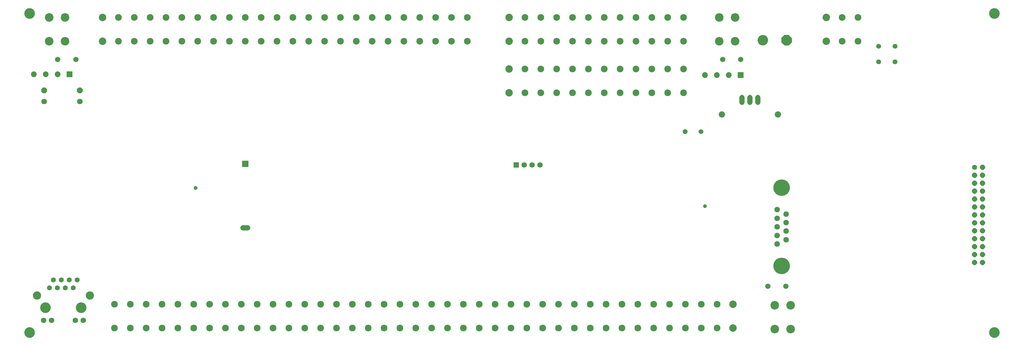
<source format=gbs>
G75*
%MOIN*%
%OFA0B0*%
%FSLAX25Y25*%
%IPPOS*%
%LPD*%
%AMOC8*
5,1,8,0,0,1.08239X$1,22.5*
%
%ADD10OC8,0.13200*%
%ADD11C,0.13200*%
%ADD12OC8,0.07100*%
%ADD13C,0.07100*%
%ADD14C,0.08477*%
%ADD15C,0.09400*%
%ADD16R,0.06800X0.06800*%
%ADD17C,0.06800*%
%ADD18C,0.06400*%
%ADD19OC8,0.06400*%
%ADD20C,0.06800*%
%ADD21OC8,0.06800*%
%ADD22C,0.20800*%
%ADD23C,0.10800*%
%ADD24C,0.10426*%
%ADD25C,0.13398*%
%ADD26C,0.06304*%
%ADD27C,0.06824*%
%ADD28R,0.07296X0.07296*%
%ADD29C,0.07296*%
%ADD30OC8,0.06000*%
%ADD31C,0.06000*%
%ADD32R,0.08400X0.08400*%
%ADD33C,0.06737*%
%ADD34C,0.07887*%
%ADD35C,0.06146*%
%ADD36C,0.06737*%
%ADD37C,0.04762*%
D10*
X0986962Y0401181D03*
D11*
X0956962Y0401181D03*
D12*
X0095462Y0337681D03*
X0050462Y0337681D03*
D13*
X0050462Y0323681D03*
X0095462Y0323681D03*
D14*
X0144044Y0399776D03*
X0164044Y0399776D03*
X0184044Y0399776D03*
X0204044Y0399776D03*
X0224044Y0399776D03*
X0244044Y0399776D03*
X0264044Y0399776D03*
X0284044Y0399776D03*
X0304044Y0399776D03*
X0324044Y0399776D03*
X0344044Y0399776D03*
X0364044Y0399776D03*
X0384044Y0399776D03*
X0404044Y0399776D03*
X0424044Y0399776D03*
X0444044Y0399776D03*
X0464044Y0399776D03*
X0484044Y0399776D03*
X0504044Y0399776D03*
X0524044Y0399776D03*
X0544044Y0399776D03*
X0564044Y0399776D03*
X0584044Y0399776D03*
X0584044Y0429776D03*
X0564044Y0429776D03*
X0544044Y0429776D03*
X0524044Y0429776D03*
X0504044Y0429776D03*
X0484044Y0429776D03*
X0464044Y0429776D03*
X0444044Y0429776D03*
X0424044Y0429776D03*
X0404044Y0429776D03*
X0384044Y0429776D03*
X0364044Y0429776D03*
X0344044Y0429776D03*
X0324044Y0429776D03*
X0304044Y0429776D03*
X0284044Y0429776D03*
X0264044Y0429776D03*
X0244044Y0429776D03*
X0224044Y0429776D03*
X0204044Y0429776D03*
X0184044Y0429776D03*
X0164044Y0429776D03*
X0144044Y0429776D03*
X0656682Y0429776D03*
X0676682Y0429776D03*
X0696682Y0429776D03*
X0716682Y0429776D03*
X0736682Y0429776D03*
X0756682Y0429776D03*
X0776682Y0429776D03*
X0796682Y0429776D03*
X0816682Y0429776D03*
X0836682Y0429776D03*
X0856682Y0429776D03*
X0856682Y0399776D03*
X0836682Y0399776D03*
X0816682Y0399776D03*
X0796682Y0399776D03*
X0776682Y0399776D03*
X0756682Y0399776D03*
X0736682Y0399776D03*
X0716682Y0399776D03*
X0696682Y0399776D03*
X0676682Y0399776D03*
X0656682Y0399776D03*
X0656682Y0364776D03*
X0676682Y0364776D03*
X0696682Y0364776D03*
X0716682Y0364776D03*
X0736682Y0364776D03*
X0756682Y0364776D03*
X0776682Y0364776D03*
X0796682Y0364776D03*
X0816682Y0364776D03*
X0836682Y0364776D03*
X0856682Y0364776D03*
X0856682Y0334776D03*
X0836682Y0334776D03*
X0816682Y0334776D03*
X0796682Y0334776D03*
X0776682Y0334776D03*
X0756682Y0334776D03*
X0736682Y0334776D03*
X0716682Y0334776D03*
X0696682Y0334776D03*
X0676682Y0334776D03*
X0656682Y0334776D03*
X1056682Y0399776D03*
X1076682Y0399776D03*
X1076682Y0429776D03*
X1056682Y0429776D03*
X0899104Y0068087D03*
X0879104Y0068087D03*
X0859104Y0068087D03*
X0839104Y0068087D03*
X0819104Y0068087D03*
X0799104Y0068087D03*
X0779104Y0068087D03*
X0759104Y0068087D03*
X0739104Y0068087D03*
X0719104Y0068087D03*
X0699104Y0068087D03*
X0679104Y0068087D03*
X0659104Y0068087D03*
X0639104Y0068087D03*
X0619104Y0068087D03*
X0599104Y0068087D03*
X0579104Y0068087D03*
X0559104Y0068087D03*
X0539104Y0068087D03*
X0519104Y0068087D03*
X0499104Y0068087D03*
X0479104Y0068087D03*
X0459104Y0068087D03*
X0439104Y0068087D03*
X0419104Y0068087D03*
X0399104Y0068087D03*
X0379104Y0068087D03*
X0359104Y0068087D03*
X0339104Y0068087D03*
X0319104Y0068087D03*
X0299104Y0068087D03*
X0279104Y0068087D03*
X0259104Y0068087D03*
X0239104Y0068087D03*
X0219104Y0068087D03*
X0199104Y0068087D03*
X0179104Y0068087D03*
X0159104Y0068087D03*
X0139104Y0068087D03*
X0139104Y0038087D03*
X0159104Y0038087D03*
X0179104Y0038087D03*
X0199104Y0038087D03*
X0219104Y0038087D03*
X0239104Y0038087D03*
X0259104Y0038087D03*
X0279104Y0038087D03*
X0299104Y0038087D03*
X0319104Y0038087D03*
X0339104Y0038087D03*
X0359104Y0038087D03*
X0379104Y0038087D03*
X0399104Y0038087D03*
X0419104Y0038087D03*
X0439104Y0038087D03*
X0459104Y0038087D03*
X0479104Y0038087D03*
X0499104Y0038087D03*
X0519104Y0038087D03*
X0539104Y0038087D03*
X0559104Y0038087D03*
X0579104Y0038087D03*
X0599104Y0038087D03*
X0619104Y0038087D03*
X0639104Y0038087D03*
X0659104Y0038087D03*
X0679104Y0038087D03*
X0699104Y0038087D03*
X0719104Y0038087D03*
X0739104Y0038087D03*
X0759104Y0038087D03*
X0779104Y0038087D03*
X0799104Y0038087D03*
X0819104Y0038087D03*
X0839104Y0038087D03*
X0859104Y0038087D03*
X0879104Y0038087D03*
X0899104Y0038087D03*
D15*
X0919104Y0038087D03*
X0919104Y0068087D03*
X0636682Y0334776D03*
X0636682Y0364776D03*
X0636682Y0399776D03*
X0636682Y0429776D03*
X1036682Y0429776D03*
X1036682Y0399776D03*
X0124044Y0399776D03*
X0124044Y0429776D03*
D16*
X0645824Y0243681D03*
D17*
X0655824Y0243681D03*
X0665824Y0243681D03*
X0675824Y0243681D03*
D18*
X1223824Y0240681D03*
D19*
X1233824Y0240681D03*
X1233824Y0230681D03*
X1223824Y0230681D03*
X1223824Y0220681D03*
X1233824Y0220681D03*
X1233824Y0210681D03*
X1223824Y0210681D03*
X1223824Y0200681D03*
X1233824Y0200681D03*
X1233824Y0190681D03*
X1223824Y0190681D03*
X1223824Y0180681D03*
X1233824Y0180681D03*
X1233824Y0170681D03*
X1223824Y0170681D03*
X1223824Y0160681D03*
X1233824Y0160681D03*
X1233824Y0150681D03*
X1223824Y0150681D03*
X1223824Y0140681D03*
X1233824Y0140681D03*
X1233824Y0130681D03*
X1223824Y0130681D03*
X1223824Y0120681D03*
X1233824Y0120681D03*
D20*
X0950462Y0322681D02*
X0950462Y0328681D01*
X0940462Y0328681D02*
X0940462Y0322681D01*
X0930462Y0322681D02*
X0930462Y0328681D01*
D21*
X0974862Y0187281D03*
X0986062Y0181881D03*
X0974862Y0176481D03*
X0986062Y0171081D03*
X0974862Y0165681D03*
X0986062Y0160281D03*
X0974862Y0154881D03*
X0986062Y0149481D03*
X0974862Y0144081D03*
D22*
X0980462Y0116381D03*
X0980462Y0214981D03*
D23*
X0971741Y0066587D03*
X0991741Y0066587D03*
X0991741Y0036587D03*
X0971741Y0036587D03*
X0921682Y0399776D03*
X0901682Y0399776D03*
X0901682Y0429776D03*
X0921682Y0429776D03*
X0076682Y0429776D03*
X0056682Y0429776D03*
X0056682Y0399776D03*
X0076682Y0399776D03*
D24*
X0108059Y0079162D03*
X0041524Y0079162D03*
D25*
X0032273Y0032492D03*
X0052292Y0063808D03*
X0097292Y0063808D03*
X0032273Y0434854D03*
X1248808Y0434854D03*
X1248808Y0032492D03*
D26*
X0092292Y0098808D03*
X0082292Y0098808D03*
X0072292Y0098808D03*
X0062292Y0098808D03*
X0067292Y0088808D03*
X0077292Y0088808D03*
X0087292Y0088808D03*
X0057292Y0088808D03*
D27*
X0059890Y0047627D03*
X0049890Y0047627D03*
X0089693Y0047627D03*
X0099693Y0047627D03*
D28*
X0082462Y0358181D03*
X0928962Y0357181D03*
D29*
X0913962Y0357181D03*
X0898962Y0357181D03*
X0883962Y0357181D03*
X0067462Y0358181D03*
X0052462Y0358181D03*
X0037462Y0358181D03*
D30*
X0858962Y0285681D03*
D31*
X0878962Y0285681D03*
D32*
X0304048Y0245181D03*
D33*
X0307017Y0164472D02*
X0301080Y0164472D01*
D34*
X0905029Y0307413D03*
X0975895Y0307413D03*
D35*
X1102962Y0373839D03*
X1123462Y0373839D03*
X1123462Y0393524D03*
X1102962Y0393524D03*
D36*
X0928879Y0376681D03*
X0906044Y0376681D03*
X0963044Y0090681D03*
X0985879Y0090681D03*
X0090379Y0376681D03*
X0067544Y0376681D03*
D37*
X0241462Y0214681D03*
X0883962Y0191681D03*
M02*

</source>
